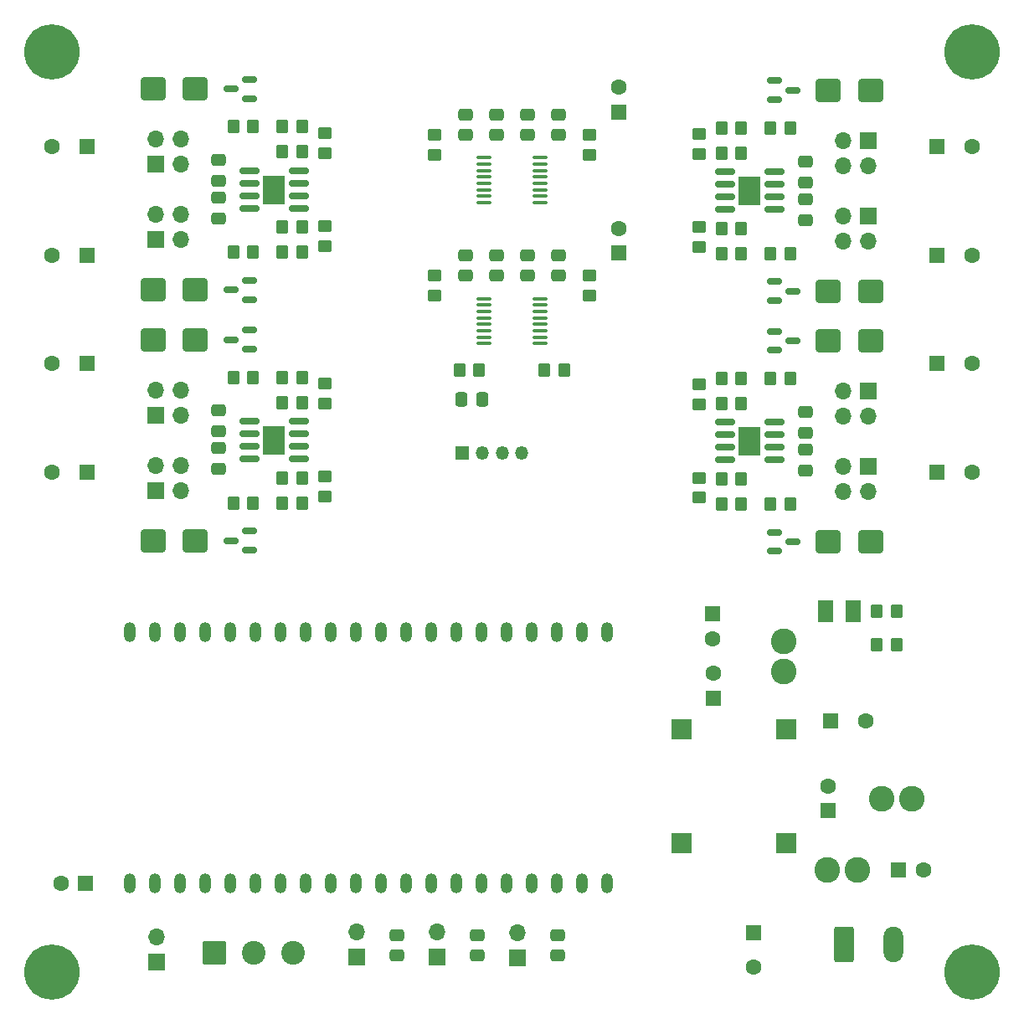
<source format=gts>
G04 #@! TF.GenerationSoftware,KiCad,Pcbnew,7.0.3*
G04 #@! TF.CreationDate,2023-07-04T11:33:37+03:00*
G04 #@! TF.ProjectId,horse_feeder,686f7273-655f-4666-9565-6465722e6b69,rev?*
G04 #@! TF.SameCoordinates,Original*
G04 #@! TF.FileFunction,Soldermask,Top*
G04 #@! TF.FilePolarity,Negative*
%FSLAX46Y46*%
G04 Gerber Fmt 4.6, Leading zero omitted, Abs format (unit mm)*
G04 Created by KiCad (PCBNEW 7.0.3) date 2023-07-04 11:33:37*
%MOMM*%
%LPD*%
G01*
G04 APERTURE LIST*
G04 Aperture macros list*
%AMRoundRect*
0 Rectangle with rounded corners*
0 $1 Rounding radius*
0 $2 $3 $4 $5 $6 $7 $8 $9 X,Y pos of 4 corners*
0 Add a 4 corners polygon primitive as box body*
4,1,4,$2,$3,$4,$5,$6,$7,$8,$9,$2,$3,0*
0 Add four circle primitives for the rounded corners*
1,1,$1+$1,$2,$3*
1,1,$1+$1,$4,$5*
1,1,$1+$1,$6,$7*
1,1,$1+$1,$8,$9*
0 Add four rect primitives between the rounded corners*
20,1,$1+$1,$2,$3,$4,$5,0*
20,1,$1+$1,$4,$5,$6,$7,0*
20,1,$1+$1,$6,$7,$8,$9,0*
20,1,$1+$1,$8,$9,$2,$3,0*%
G04 Aperture macros list end*
%ADD10R,1.700000X1.700000*%
%ADD11O,1.700000X1.700000*%
%ADD12R,1.600000X1.600000*%
%ADD13C,1.600000*%
%ADD14RoundRect,0.150000X0.825000X0.150000X-0.825000X0.150000X-0.825000X-0.150000X0.825000X-0.150000X0*%
%ADD15R,2.290000X3.000000*%
%ADD16RoundRect,0.100000X-0.637500X-0.100000X0.637500X-0.100000X0.637500X0.100000X-0.637500X0.100000X0*%
%ADD17RoundRect,0.250000X-0.350000X-0.450000X0.350000X-0.450000X0.350000X0.450000X-0.350000X0.450000X0*%
%ADD18RoundRect,0.250000X-0.450000X0.350000X-0.450000X-0.350000X0.450000X-0.350000X0.450000X0.350000X0*%
%ADD19RoundRect,0.250000X-0.475000X0.337500X-0.475000X-0.337500X0.475000X-0.337500X0.475000X0.337500X0*%
%ADD20RoundRect,0.250000X-1.000000X-0.900000X1.000000X-0.900000X1.000000X0.900000X-1.000000X0.900000X0*%
%ADD21RoundRect,0.250000X0.475000X-0.337500X0.475000X0.337500X-0.475000X0.337500X-0.475000X-0.337500X0*%
%ADD22RoundRect,0.250000X1.000000X0.900000X-1.000000X0.900000X-1.000000X-0.900000X1.000000X-0.900000X0*%
%ADD23C,5.600000*%
%ADD24RoundRect,0.150000X-0.825000X-0.150000X0.825000X-0.150000X0.825000X0.150000X-0.825000X0.150000X0*%
%ADD25RoundRect,0.250000X0.350000X0.450000X-0.350000X0.450000X-0.350000X-0.450000X0.350000X-0.450000X0*%
%ADD26C,2.600000*%
%ADD27RoundRect,0.250000X-0.750000X-1.550000X0.750000X-1.550000X0.750000X1.550000X-0.750000X1.550000X0*%
%ADD28O,2.000000X3.600000*%
%ADD29R,2.000000X2.000000*%
%ADD30RoundRect,0.150000X0.587500X0.150000X-0.587500X0.150000X-0.587500X-0.150000X0.587500X-0.150000X0*%
%ADD31RoundRect,0.250000X0.450000X-0.350000X0.450000X0.350000X-0.450000X0.350000X-0.450000X-0.350000X0*%
%ADD32O,1.200000X2.000000*%
%ADD33RoundRect,0.150000X-0.587500X-0.150000X0.587500X-0.150000X0.587500X0.150000X-0.587500X0.150000X0*%
%ADD34R,1.550000X2.200000*%
%ADD35RoundRect,0.250000X-0.337500X-0.475000X0.337500X-0.475000X0.337500X0.475000X-0.337500X0.475000X0*%
%ADD36R,1.350000X1.350000*%
%ADD37O,1.350000X1.350000*%
%ADD38RoundRect,0.250001X-0.949999X-0.949999X0.949999X-0.949999X0.949999X0.949999X-0.949999X0.949999X0*%
%ADD39C,2.400000*%
G04 APERTURE END LIST*
D10*
X34100000Y-175500000D03*
D11*
X34100000Y-172960000D03*
D12*
X90400000Y-148805113D03*
D13*
X90400000Y-146305113D03*
D14*
X48425000Y-124622000D03*
X48425000Y-123352000D03*
X48425000Y-122082000D03*
X48425000Y-120812000D03*
X43475000Y-120812000D03*
X43475000Y-122082000D03*
X43475000Y-123352000D03*
X43475000Y-124622000D03*
D15*
X45950000Y-122717000D03*
D16*
X67135000Y-94165500D03*
X67135000Y-94815500D03*
X67135000Y-95465500D03*
X67135000Y-96115500D03*
X67135000Y-96765500D03*
X67135000Y-97415500D03*
X67135000Y-98065500D03*
X67135000Y-98715500D03*
X72860000Y-98715500D03*
X72860000Y-98065500D03*
X72860000Y-97415500D03*
X72860000Y-96765500D03*
X72860000Y-96115500D03*
X72860000Y-95465500D03*
X72860000Y-94815500D03*
X72860000Y-94165500D03*
D17*
X41840000Y-103744501D03*
X43840000Y-103744501D03*
X91200000Y-91144501D03*
X93200000Y-91144501D03*
D18*
X62152500Y-91878000D03*
X62152500Y-93878000D03*
D19*
X58360000Y-172762500D03*
X58360000Y-174837500D03*
D20*
X33700000Y-112554501D03*
X38000000Y-112554501D03*
D10*
X33950000Y-127794501D03*
D11*
X33950000Y-125254501D03*
X36490000Y-127794501D03*
X36490000Y-125254501D03*
D12*
X109100000Y-166200000D03*
D13*
X111600000Y-166200000D03*
D10*
X70540000Y-175075000D03*
D11*
X70540000Y-172535000D03*
D12*
X113000000Y-104000000D03*
D13*
X116500000Y-104000000D03*
D10*
X62420000Y-175000000D03*
D11*
X62420000Y-172460000D03*
D21*
X99700000Y-96656228D03*
X99700000Y-94581228D03*
D17*
X41840000Y-129064501D03*
X43840000Y-129064501D03*
X91195000Y-116465000D03*
X93195000Y-116465000D03*
D22*
X106295000Y-132975000D03*
X101995000Y-132975000D03*
D23*
X116500000Y-176500000D03*
D21*
X65272500Y-106108500D03*
X65272500Y-104033500D03*
D24*
X91570000Y-120907501D03*
X91570000Y-122177501D03*
X91570000Y-123447501D03*
X91570000Y-124717501D03*
X96520000Y-124717501D03*
X96520000Y-123447501D03*
X96520000Y-122177501D03*
X96520000Y-120907501D03*
D15*
X94045000Y-122812501D03*
D20*
X33700000Y-87234501D03*
X38000000Y-87234501D03*
D25*
X48800000Y-93584501D03*
X46800000Y-93584501D03*
D26*
X97500000Y-146100000D03*
X97500000Y-143100000D03*
D12*
X80800000Y-89559500D03*
D13*
X80800000Y-87059500D03*
D25*
X48800000Y-103744501D03*
X46800000Y-103744501D03*
X48800000Y-129064501D03*
X46800000Y-129064501D03*
D12*
X80800000Y-103800000D03*
D13*
X80800000Y-101300000D03*
D21*
X65272500Y-91868000D03*
X65272500Y-89793000D03*
X74722500Y-91868000D03*
X74722500Y-89793000D03*
D27*
X103600000Y-173700000D03*
D28*
X108600000Y-173700000D03*
D12*
X113000000Y-93000000D03*
D13*
X116500000Y-93000000D03*
D21*
X40300000Y-96497774D03*
X40300000Y-94422774D03*
D25*
X48800000Y-101204501D03*
X46800000Y-101204501D03*
X98155000Y-129165000D03*
X96155000Y-129165000D03*
D29*
X97695000Y-163485001D03*
X87195000Y-163485001D03*
X87195000Y-151985001D03*
X97695000Y-151985001D03*
D25*
X48800000Y-118904501D03*
X46800000Y-118904501D03*
D10*
X33950000Y-94854501D03*
D11*
X33950000Y-92314501D03*
X36490000Y-94854501D03*
X36490000Y-92314501D03*
D18*
X62152500Y-106108500D03*
X62152500Y-108108500D03*
D21*
X40300000Y-121817774D03*
X40300000Y-119742774D03*
D17*
X91200000Y-93684501D03*
X93200000Y-93684501D03*
D10*
X106050000Y-92414501D03*
D11*
X106050000Y-94954501D03*
X103510000Y-92414501D03*
X103510000Y-94954501D03*
D17*
X106900000Y-140000000D03*
X108900000Y-140000000D03*
D21*
X99695000Y-121976727D03*
X99695000Y-119901727D03*
D18*
X77842500Y-106108500D03*
X77842500Y-108108500D03*
X88950000Y-91784501D03*
X88950000Y-93784501D03*
D12*
X27000000Y-126000000D03*
D13*
X23500000Y-126000000D03*
D21*
X68422500Y-91868000D03*
X68422500Y-89793000D03*
D10*
X54300000Y-175000000D03*
D11*
X54300000Y-172460000D03*
D17*
X91195000Y-129165000D03*
X93195000Y-129165000D03*
D25*
X48800000Y-116364501D03*
X46800000Y-116364501D03*
D23*
X23500000Y-83500000D03*
D30*
X43445000Y-88184501D03*
X43445000Y-86284501D03*
X41570000Y-87234501D03*
X43445000Y-113504501D03*
X43445000Y-111604501D03*
X41570000Y-112554501D03*
X43445000Y-133824501D03*
X43445000Y-131924501D03*
X41570000Y-132874501D03*
D10*
X106050000Y-100034501D03*
D11*
X106050000Y-102574501D03*
X103510000Y-100034501D03*
X103510000Y-102574501D03*
D31*
X51050000Y-128424501D03*
X51050000Y-126424501D03*
D12*
X102000000Y-160205113D03*
D13*
X102000000Y-157705113D03*
D25*
X98160000Y-91144501D03*
X96160000Y-91144501D03*
D19*
X74600000Y-172762500D03*
X74600000Y-174837500D03*
D32*
X31400000Y-167500000D03*
X33940000Y-167500000D03*
X36480000Y-167500000D03*
X39020000Y-167500000D03*
X41560000Y-167500000D03*
X44100000Y-167500000D03*
X46640000Y-167500000D03*
X49180000Y-167500000D03*
X51720000Y-167500000D03*
X54260000Y-167500000D03*
X56800000Y-167500000D03*
X59340000Y-167500000D03*
X61880000Y-167500000D03*
X64420000Y-167500000D03*
X66960000Y-167500000D03*
X69500000Y-167500000D03*
X72040000Y-167500000D03*
X74580000Y-167500000D03*
X77120000Y-167500000D03*
X77120000Y-142100000D03*
X74580000Y-142100000D03*
X72040000Y-142100000D03*
X69500000Y-142100000D03*
X66960000Y-142100000D03*
X64420000Y-142100000D03*
X61880000Y-142100000D03*
X59340000Y-142100000D03*
X56800000Y-142100000D03*
X54260000Y-142100000D03*
X51720000Y-142100000D03*
X49180000Y-142100000D03*
X46640000Y-142100000D03*
X44100000Y-142100000D03*
X41560000Y-142100000D03*
X39020000Y-142100000D03*
X36480000Y-142100000D03*
X33940000Y-142100000D03*
X31400000Y-142100000D03*
X79660000Y-167500000D03*
X79660000Y-142100000D03*
D10*
X33950000Y-120174501D03*
D11*
X33950000Y-117634501D03*
X36490000Y-120174501D03*
X36490000Y-117634501D03*
D17*
X41840000Y-116364501D03*
X43840000Y-116364501D03*
X91195000Y-126625000D03*
X93195000Y-126625000D03*
D21*
X71572500Y-91868000D03*
X71572500Y-89793000D03*
D33*
X96550000Y-111705000D03*
X96550000Y-113605000D03*
X98425000Y-112655000D03*
X96555000Y-106704501D03*
X96555000Y-108604501D03*
X98430000Y-107654501D03*
D34*
X104525000Y-140000000D03*
X101675000Y-140000000D03*
D25*
X75300000Y-115600000D03*
X73300000Y-115600000D03*
D10*
X106045000Y-117735000D03*
D11*
X106045000Y-120275000D03*
X103505000Y-117735000D03*
X103505000Y-120275000D03*
D12*
X27000000Y-115000000D03*
D13*
X23500000Y-115000000D03*
D25*
X98160000Y-103844501D03*
X96160000Y-103844501D03*
X98155000Y-116465000D03*
X96155000Y-116465000D03*
D31*
X51050000Y-119004501D03*
X51050000Y-117004501D03*
D20*
X33700000Y-107554501D03*
X38000000Y-107554501D03*
D21*
X71572500Y-106108500D03*
X71572500Y-104033500D03*
D18*
X88950000Y-101204501D03*
X88950000Y-103204501D03*
D19*
X40300000Y-98232774D03*
X40300000Y-100307774D03*
D22*
X106300000Y-87334501D03*
X102000000Y-87334501D03*
D16*
X67135000Y-108406000D03*
X67135000Y-109056000D03*
X67135000Y-109706000D03*
X67135000Y-110356000D03*
X67135000Y-111006000D03*
X67135000Y-111656000D03*
X67135000Y-112306000D03*
X67135000Y-112956000D03*
X72860000Y-112956000D03*
X72860000Y-112306000D03*
X72860000Y-111656000D03*
X72860000Y-111006000D03*
X72860000Y-110356000D03*
X72860000Y-109706000D03*
X72860000Y-109056000D03*
X72860000Y-108406000D03*
D12*
X27000000Y-104000000D03*
D13*
X23500000Y-104000000D03*
D19*
X66480000Y-172762500D03*
X66480000Y-174837500D03*
D17*
X106900000Y-143400000D03*
X108900000Y-143400000D03*
D22*
X106300000Y-107654501D03*
X102000000Y-107654501D03*
D33*
X96555000Y-86384501D03*
X96555000Y-88284501D03*
X98430000Y-87334501D03*
D31*
X51050000Y-93684501D03*
X51050000Y-91684501D03*
D30*
X43445000Y-108504501D03*
X43445000Y-106604501D03*
X41570000Y-107554501D03*
D23*
X116500000Y-83500000D03*
D12*
X113000000Y-126000000D03*
D13*
X116500000Y-126000000D03*
D14*
X48425000Y-99302000D03*
X48425000Y-98032000D03*
X48425000Y-96762000D03*
X48425000Y-95492000D03*
X43475000Y-95492000D03*
X43475000Y-96762000D03*
X43475000Y-98032000D03*
X43475000Y-99302000D03*
D15*
X45950000Y-97397000D03*
D24*
X91575000Y-95587002D03*
X91575000Y-96857002D03*
X91575000Y-98127002D03*
X91575000Y-99397002D03*
X96525000Y-99397002D03*
X96525000Y-98127002D03*
X96525000Y-96857002D03*
X96525000Y-95587002D03*
D15*
X94050000Y-97492002D03*
D12*
X90300000Y-140300000D03*
D13*
X90300000Y-142800000D03*
D26*
X110400000Y-159000000D03*
X107400000Y-159000000D03*
D25*
X48800000Y-126524501D03*
X46800000Y-126524501D03*
D35*
X64925000Y-118600000D03*
X67000000Y-118600000D03*
D21*
X74722500Y-106108500D03*
X74722500Y-104033500D03*
D12*
X113000000Y-115000000D03*
D13*
X116500000Y-115000000D03*
D25*
X48800000Y-91044501D03*
X46800000Y-91044501D03*
D19*
X40300000Y-123552774D03*
X40300000Y-125627774D03*
D22*
X106295000Y-112655000D03*
X101995000Y-112655000D03*
D21*
X68422500Y-106108500D03*
X68422500Y-104033500D03*
D17*
X91195000Y-119005000D03*
X93195000Y-119005000D03*
D19*
X99700000Y-98391228D03*
X99700000Y-100466228D03*
D18*
X77842500Y-91868000D03*
X77842500Y-93868000D03*
X88945000Y-117105000D03*
X88945000Y-119105000D03*
D36*
X65000000Y-124000000D03*
D37*
X67000000Y-124000000D03*
X69000000Y-124000000D03*
X71000000Y-124000000D03*
D17*
X64700000Y-115600000D03*
X66700000Y-115600000D03*
X91200000Y-103844501D03*
X93200000Y-103844501D03*
D33*
X96550000Y-132025000D03*
X96550000Y-133925000D03*
X98425000Y-132975000D03*
D10*
X33950000Y-102469501D03*
D11*
X33950000Y-99929501D03*
X36490000Y-102469501D03*
X36490000Y-99929501D03*
D19*
X99695000Y-123711727D03*
X99695000Y-125786727D03*
D23*
X23500000Y-176500000D03*
D31*
X51050000Y-103104501D03*
X51050000Y-101104501D03*
D18*
X88945000Y-126525000D03*
X88945000Y-128525000D03*
D26*
X101900000Y-166200000D03*
X104900000Y-166200000D03*
D12*
X27000000Y-93000000D03*
D13*
X23500000Y-93000000D03*
D10*
X106045000Y-125355000D03*
D11*
X106045000Y-127895000D03*
X103505000Y-125355000D03*
X103505000Y-127895000D03*
D12*
X102247349Y-151100000D03*
D13*
X105747349Y-151100000D03*
D17*
X41840000Y-91044501D03*
X43840000Y-91044501D03*
D12*
X26900000Y-167500000D03*
D13*
X24400000Y-167500000D03*
D20*
X33700000Y-132874501D03*
X38000000Y-132874501D03*
D38*
X39940000Y-174600000D03*
D39*
X43900000Y-174600000D03*
X47860000Y-174600000D03*
D17*
X91200000Y-101304501D03*
X93200000Y-101304501D03*
D12*
X94400000Y-172547349D03*
D13*
X94400000Y-176047349D03*
M02*

</source>
